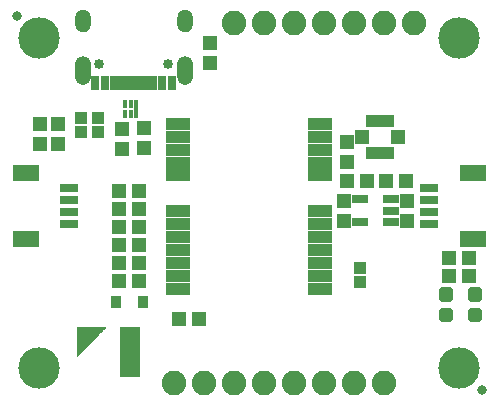
<source format=gts>
G75*
%MOIN*%
%OFA0B0*%
%FSLAX25Y25*%
%IPPOS*%
%LPD*%
%AMOC8*
5,1,8,0,0,1.08239X$1,22.5*
%
%ADD10C,0.13800*%
%ADD11C,0.03300*%
%ADD12R,0.08674X0.05524*%
%ADD13R,0.06115X0.03162*%
%ADD14R,0.05131X0.04737*%
%ADD15C,0.00197*%
%ADD16R,0.06693X0.16535*%
%ADD17R,0.04737X0.05131*%
%ADD18C,0.01990*%
%ADD19R,0.03280X0.04068*%
%ADD20R,0.09461X0.04146*%
%ADD21R,0.04934X0.04737*%
%ADD22R,0.05524X0.02965*%
%ADD23C,0.08200*%
%ADD24R,0.07887X0.03950*%
%ADD25R,0.01784X0.03202*%
%ADD26R,0.01784X0.03005*%
%ADD27R,0.01981X0.04800*%
%ADD28R,0.03162X0.04800*%
%ADD29R,0.02965X0.04800*%
%ADD30C,0.03359*%
%ADD31C,0.00039*%
%ADD32R,0.04343X0.04146*%
D10*
X0163333Y0085000D03*
X0303333Y0085000D03*
X0303333Y0194900D03*
X0163333Y0194900D03*
D11*
X0155833Y0202400D03*
X0310833Y0077500D03*
D12*
X0307802Y0127876D03*
X0307802Y0149924D03*
X0158865Y0149924D03*
X0158865Y0127876D03*
D13*
X0173333Y0132994D03*
X0173333Y0136931D03*
X0173333Y0140869D03*
X0173333Y0144806D03*
X0293333Y0144806D03*
X0293333Y0140869D03*
X0293333Y0136931D03*
X0293333Y0132994D03*
D14*
X0299987Y0121600D03*
X0299987Y0115600D03*
X0306680Y0115600D03*
X0306680Y0121600D03*
X0285680Y0147400D03*
X0278987Y0147400D03*
X0272680Y0147400D03*
X0265987Y0147400D03*
X0196680Y0143900D03*
X0189987Y0143900D03*
X0189987Y0137900D03*
X0196680Y0137900D03*
X0196680Y0131900D03*
X0189987Y0131900D03*
X0189987Y0125900D03*
X0196680Y0125900D03*
X0196680Y0119900D03*
X0189987Y0119900D03*
X0189987Y0113900D03*
X0196680Y0113900D03*
X0209987Y0101400D03*
X0216680Y0101400D03*
D15*
X0185231Y0098551D02*
X0175782Y0089102D01*
X0175782Y0098551D01*
X0185231Y0098551D01*
X0185123Y0098443D02*
X0175782Y0098443D01*
X0175782Y0098248D02*
X0184928Y0098248D01*
X0184732Y0098053D02*
X0175782Y0098053D01*
X0175782Y0097857D02*
X0184537Y0097857D01*
X0184342Y0097662D02*
X0175782Y0097662D01*
X0175782Y0097467D02*
X0184146Y0097467D01*
X0183951Y0097271D02*
X0175782Y0097271D01*
X0175782Y0097076D02*
X0183756Y0097076D01*
X0183560Y0096881D02*
X0175782Y0096881D01*
X0175782Y0096685D02*
X0183365Y0096685D01*
X0183170Y0096490D02*
X0175782Y0096490D01*
X0175782Y0096294D02*
X0182974Y0096294D01*
X0182779Y0096099D02*
X0175782Y0096099D01*
X0175782Y0095904D02*
X0182583Y0095904D01*
X0182388Y0095708D02*
X0175782Y0095708D01*
X0175782Y0095513D02*
X0182193Y0095513D01*
X0181997Y0095318D02*
X0175782Y0095318D01*
X0175782Y0095122D02*
X0181802Y0095122D01*
X0181607Y0094927D02*
X0175782Y0094927D01*
X0175782Y0094732D02*
X0181411Y0094732D01*
X0181216Y0094536D02*
X0175782Y0094536D01*
X0175782Y0094341D02*
X0181021Y0094341D01*
X0180825Y0094145D02*
X0175782Y0094145D01*
X0175782Y0093950D02*
X0180630Y0093950D01*
X0180435Y0093755D02*
X0175782Y0093755D01*
X0175782Y0093559D02*
X0180239Y0093559D01*
X0180044Y0093364D02*
X0175782Y0093364D01*
X0175782Y0093169D02*
X0179848Y0093169D01*
X0179653Y0092973D02*
X0175782Y0092973D01*
X0175782Y0092778D02*
X0179458Y0092778D01*
X0179262Y0092583D02*
X0175782Y0092583D01*
X0175782Y0092387D02*
X0179067Y0092387D01*
X0178872Y0092192D02*
X0175782Y0092192D01*
X0175782Y0091996D02*
X0178676Y0091996D01*
X0178481Y0091801D02*
X0175782Y0091801D01*
X0175782Y0091606D02*
X0178286Y0091606D01*
X0178090Y0091410D02*
X0175782Y0091410D01*
X0175782Y0091215D02*
X0177895Y0091215D01*
X0177699Y0091020D02*
X0175782Y0091020D01*
X0175782Y0090824D02*
X0177504Y0090824D01*
X0177309Y0090629D02*
X0175782Y0090629D01*
X0175782Y0090434D02*
X0177113Y0090434D01*
X0176918Y0090238D02*
X0175782Y0090238D01*
X0175782Y0090043D02*
X0176723Y0090043D01*
X0176527Y0089847D02*
X0175782Y0089847D01*
X0175782Y0089652D02*
X0176332Y0089652D01*
X0176137Y0089457D02*
X0175782Y0089457D01*
X0175782Y0089261D02*
X0175941Y0089261D01*
D16*
X0193617Y0090362D03*
D17*
X0264833Y0134054D03*
X0264833Y0140746D03*
X0265833Y0153554D03*
X0265833Y0160246D03*
X0285833Y0140746D03*
X0285833Y0134054D03*
X0220133Y0186654D03*
X0220133Y0193346D03*
X0198133Y0164946D03*
X0198133Y0158254D03*
X0190933Y0158054D03*
X0190933Y0164746D03*
X0169433Y0166246D03*
X0163533Y0166246D03*
X0163533Y0159554D03*
X0169433Y0159554D03*
D18*
X0297560Y0110826D02*
X0300306Y0110826D01*
X0300306Y0108080D01*
X0297560Y0108080D01*
X0297560Y0110826D01*
X0297560Y0109970D02*
X0300306Y0109970D01*
X0307060Y0110826D02*
X0309806Y0110826D01*
X0309806Y0108080D01*
X0307060Y0108080D01*
X0307060Y0110826D01*
X0307060Y0109970D02*
X0309806Y0109970D01*
X0309806Y0103920D02*
X0307060Y0103920D01*
X0309806Y0103920D02*
X0309806Y0101174D01*
X0307060Y0101174D01*
X0307060Y0103920D01*
X0307060Y0103064D02*
X0309806Y0103064D01*
X0300306Y0103920D02*
X0297560Y0103920D01*
X0300306Y0103920D02*
X0300306Y0101174D01*
X0297560Y0101174D01*
X0297560Y0103920D01*
X0297560Y0103064D02*
X0300306Y0103064D01*
D19*
X0197861Y0106900D03*
X0188806Y0106900D03*
D20*
X0276833Y0156487D03*
X0276833Y0167313D03*
D21*
X0270829Y0161900D03*
X0282837Y0161900D03*
D22*
X0280452Y0141140D03*
X0280452Y0137400D03*
X0280452Y0133660D03*
X0270215Y0133660D03*
X0270215Y0141140D03*
D23*
X0268333Y0199900D03*
X0258333Y0199900D03*
X0248333Y0199900D03*
X0238333Y0199900D03*
X0228333Y0199900D03*
X0278333Y0199900D03*
X0288333Y0199900D03*
X0278333Y0080000D03*
X0268333Y0080000D03*
X0258333Y0080000D03*
X0248333Y0080000D03*
X0238333Y0080000D03*
X0228333Y0080000D03*
X0218333Y0080000D03*
X0208333Y0080000D03*
D24*
X0209711Y0111341D03*
X0209711Y0115672D03*
X0209711Y0120002D03*
X0209711Y0124333D03*
X0209711Y0128664D03*
X0209711Y0132994D03*
X0209711Y0137325D03*
X0209711Y0149136D03*
X0209711Y0153467D03*
X0209711Y0157798D03*
X0209711Y0162128D03*
X0209711Y0166459D03*
X0256955Y0166459D03*
X0256955Y0162128D03*
X0256955Y0157798D03*
X0256955Y0153467D03*
X0256955Y0149136D03*
X0256955Y0137325D03*
X0256955Y0132994D03*
X0256955Y0128664D03*
X0256955Y0124333D03*
X0256955Y0120002D03*
X0256955Y0115672D03*
X0256955Y0111341D03*
D25*
X0195702Y0172794D03*
D26*
X0193733Y0172893D03*
X0191765Y0172893D03*
X0191765Y0169507D03*
X0193733Y0169507D03*
X0195702Y0169507D03*
D27*
X0195718Y0180094D03*
X0197686Y0180094D03*
X0199655Y0180094D03*
X0201623Y0180094D03*
X0193749Y0180094D03*
X0191781Y0180094D03*
X0189812Y0180094D03*
X0187844Y0180094D03*
D28*
X0182036Y0180094D03*
X0207430Y0180094D03*
D29*
X0204379Y0180094D03*
X0185088Y0180094D03*
D30*
X0183355Y0186389D03*
X0206111Y0186389D03*
D31*
X0209379Y0186371D02*
X0214103Y0186371D01*
X0214103Y0186333D02*
X0209379Y0186333D01*
X0209379Y0186296D02*
X0214103Y0186296D01*
X0214103Y0186258D02*
X0209379Y0186258D01*
X0209379Y0186220D02*
X0214103Y0186220D01*
X0214103Y0186182D02*
X0209379Y0186182D01*
X0209379Y0186144D02*
X0214103Y0186144D01*
X0214103Y0186106D02*
X0209379Y0186106D01*
X0209379Y0186068D02*
X0214103Y0186068D01*
X0214103Y0186030D02*
X0209379Y0186030D01*
X0209379Y0185992D02*
X0214103Y0185992D01*
X0214103Y0185955D02*
X0209379Y0185955D01*
X0209379Y0185917D02*
X0214103Y0185917D01*
X0214103Y0185879D02*
X0209379Y0185879D01*
X0209379Y0185841D02*
X0214103Y0185841D01*
X0214103Y0185803D02*
X0209379Y0185803D01*
X0209379Y0185765D02*
X0214103Y0185765D01*
X0214103Y0185727D02*
X0209379Y0185727D01*
X0209379Y0185689D02*
X0214103Y0185689D01*
X0214103Y0185652D02*
X0209379Y0185652D01*
X0209379Y0185614D02*
X0214103Y0185614D01*
X0214103Y0185576D02*
X0209379Y0185576D01*
X0209379Y0185538D02*
X0214103Y0185538D01*
X0214103Y0185500D02*
X0209379Y0185500D01*
X0209379Y0185462D02*
X0214103Y0185462D01*
X0214103Y0185424D02*
X0209379Y0185424D01*
X0209379Y0185386D02*
X0214103Y0185386D01*
X0214103Y0185349D02*
X0209379Y0185349D01*
X0209379Y0185311D02*
X0214103Y0185311D01*
X0214103Y0185273D02*
X0209379Y0185273D01*
X0209379Y0185235D02*
X0214103Y0185235D01*
X0214103Y0185197D02*
X0209379Y0185197D01*
X0209379Y0185159D02*
X0214103Y0185159D01*
X0214103Y0185121D02*
X0209379Y0185121D01*
X0209379Y0185083D02*
X0214103Y0185083D01*
X0214103Y0185045D02*
X0209379Y0185045D01*
X0209379Y0185008D02*
X0214103Y0185008D01*
X0214103Y0184970D02*
X0209379Y0184970D01*
X0209379Y0184932D02*
X0214103Y0184932D01*
X0214103Y0184894D02*
X0209379Y0184894D01*
X0209379Y0184856D02*
X0214103Y0184856D01*
X0214103Y0184818D02*
X0209379Y0184818D01*
X0209379Y0184780D02*
X0214103Y0184780D01*
X0214103Y0184742D02*
X0209379Y0184742D01*
X0209379Y0184705D02*
X0214103Y0184705D01*
X0214103Y0184667D02*
X0209379Y0184667D01*
X0209379Y0184629D02*
X0214103Y0184629D01*
X0214103Y0184591D02*
X0209379Y0184591D01*
X0209379Y0184553D02*
X0214103Y0184553D01*
X0214103Y0184515D02*
X0209379Y0184515D01*
X0209379Y0184477D02*
X0214103Y0184477D01*
X0214103Y0184439D02*
X0209379Y0184439D01*
X0209379Y0184401D02*
X0214103Y0184401D01*
X0214103Y0184364D02*
X0209379Y0184364D01*
X0209379Y0184326D02*
X0214103Y0184326D01*
X0214103Y0184288D02*
X0209379Y0184288D01*
X0209379Y0184250D02*
X0214103Y0184250D01*
X0214103Y0184212D02*
X0209379Y0184212D01*
X0209379Y0184174D02*
X0214103Y0184174D01*
X0214103Y0184136D02*
X0209379Y0184136D01*
X0209379Y0184098D02*
X0214103Y0184098D01*
X0214103Y0184061D02*
X0209379Y0184061D01*
X0209379Y0184023D02*
X0214103Y0184023D01*
X0214103Y0183985D02*
X0209379Y0183985D01*
X0209379Y0183947D02*
X0214103Y0183947D01*
X0214103Y0183909D02*
X0209379Y0183909D01*
X0209379Y0183871D02*
X0214103Y0183871D01*
X0214103Y0183833D02*
X0209379Y0183833D01*
X0209379Y0183795D02*
X0214103Y0183795D01*
X0214103Y0183757D02*
X0209379Y0183757D01*
X0209379Y0183720D02*
X0214103Y0183720D01*
X0214103Y0183682D02*
X0209379Y0183682D01*
X0209379Y0183644D02*
X0214103Y0183644D01*
X0214103Y0183606D02*
X0209379Y0183606D01*
X0209379Y0183568D02*
X0214103Y0183568D01*
X0214103Y0183530D02*
X0209379Y0183530D01*
X0209379Y0183492D02*
X0214103Y0183492D01*
X0214103Y0183454D02*
X0209379Y0183454D01*
X0209379Y0183417D02*
X0214103Y0183417D01*
X0214103Y0183379D02*
X0209379Y0183379D01*
X0209379Y0183341D02*
X0214103Y0183341D01*
X0214103Y0183303D02*
X0209379Y0183303D01*
X0209379Y0183265D02*
X0214103Y0183265D01*
X0214103Y0183227D02*
X0209379Y0183227D01*
X0209379Y0183189D02*
X0214103Y0183189D01*
X0214103Y0183151D02*
X0209379Y0183151D01*
X0209379Y0183114D02*
X0214103Y0183114D01*
X0214103Y0183076D02*
X0209379Y0183076D01*
X0209379Y0183038D02*
X0214103Y0183038D01*
X0214103Y0183000D02*
X0209379Y0183000D01*
X0209379Y0182962D02*
X0214103Y0182962D01*
X0214103Y0182924D02*
X0209379Y0182924D01*
X0209379Y0182886D02*
X0214103Y0182886D01*
X0214103Y0182848D02*
X0209379Y0182848D01*
X0209379Y0182810D02*
X0214103Y0182810D01*
X0214103Y0182773D02*
X0209379Y0182773D01*
X0209379Y0182735D02*
X0214103Y0182735D01*
X0214103Y0182697D02*
X0209379Y0182697D01*
X0209379Y0182659D02*
X0214103Y0182659D01*
X0214103Y0182621D02*
X0209379Y0182621D01*
X0209379Y0182583D02*
X0214103Y0182583D01*
X0214103Y0182545D02*
X0209379Y0182545D01*
X0209379Y0182507D02*
X0214103Y0182507D01*
X0214103Y0182470D02*
X0209379Y0182470D01*
X0209379Y0182432D02*
X0214103Y0182432D01*
X0214103Y0182394D02*
X0209379Y0182394D01*
X0209379Y0182356D02*
X0214103Y0182356D01*
X0214103Y0182318D02*
X0209379Y0182318D01*
X0209379Y0182280D02*
X0214103Y0182280D01*
X0214103Y0182242D02*
X0209379Y0182242D01*
X0209379Y0182204D02*
X0214103Y0182204D01*
X0214103Y0182166D02*
X0209379Y0182166D01*
X0209379Y0182129D02*
X0214103Y0182129D01*
X0214103Y0182091D02*
X0209379Y0182091D01*
X0209379Y0182053D02*
X0214103Y0182053D01*
X0214103Y0182015D02*
X0209379Y0182015D01*
X0209379Y0181977D02*
X0214103Y0181977D01*
X0214103Y0181960D02*
X0214042Y0181518D01*
X0213896Y0181097D01*
X0213671Y0180712D01*
X0213375Y0180378D01*
X0213019Y0180109D01*
X0212618Y0179914D01*
X0212186Y0179801D01*
X0211741Y0179775D01*
X0211296Y0179801D01*
X0210864Y0179914D01*
X0210463Y0180109D01*
X0210108Y0180378D01*
X0209811Y0180712D01*
X0209586Y0181097D01*
X0209440Y0181518D01*
X0209379Y0181960D01*
X0209379Y0186684D01*
X0209460Y0187183D01*
X0209649Y0187651D01*
X0209938Y0188066D01*
X0210312Y0188406D01*
X0210753Y0188654D01*
X0211237Y0188798D01*
X0211741Y0188830D01*
X0212245Y0188798D01*
X0212730Y0188654D01*
X0213170Y0188406D01*
X0213544Y0188066D01*
X0213833Y0187651D01*
X0214023Y0187183D01*
X0214103Y0186684D01*
X0214103Y0181960D01*
X0214101Y0181939D02*
X0209382Y0181939D01*
X0209387Y0181901D02*
X0214095Y0181901D01*
X0214090Y0181863D02*
X0209392Y0181863D01*
X0209398Y0181826D02*
X0214085Y0181826D01*
X0214080Y0181788D02*
X0209403Y0181788D01*
X0209408Y0181750D02*
X0214074Y0181750D01*
X0214069Y0181712D02*
X0209413Y0181712D01*
X0209418Y0181674D02*
X0214064Y0181674D01*
X0214059Y0181636D02*
X0209424Y0181636D01*
X0209429Y0181598D02*
X0214054Y0181598D01*
X0214048Y0181560D02*
X0209434Y0181560D01*
X0209439Y0181522D02*
X0214043Y0181522D01*
X0214031Y0181485D02*
X0209452Y0181485D01*
X0209465Y0181447D02*
X0214018Y0181447D01*
X0214005Y0181409D02*
X0209478Y0181409D01*
X0209491Y0181371D02*
X0213992Y0181371D01*
X0213978Y0181333D02*
X0209504Y0181333D01*
X0209517Y0181295D02*
X0213965Y0181295D01*
X0213952Y0181257D02*
X0209530Y0181257D01*
X0209543Y0181219D02*
X0213939Y0181219D01*
X0213926Y0181182D02*
X0209557Y0181182D01*
X0209570Y0181144D02*
X0213913Y0181144D01*
X0213900Y0181106D02*
X0209583Y0181106D01*
X0209603Y0181068D02*
X0213880Y0181068D01*
X0213858Y0181030D02*
X0209625Y0181030D01*
X0209647Y0180992D02*
X0213835Y0180992D01*
X0213813Y0180954D02*
X0209669Y0180954D01*
X0209691Y0180916D02*
X0213791Y0180916D01*
X0213769Y0180879D02*
X0209714Y0180879D01*
X0209736Y0180841D02*
X0213747Y0180841D01*
X0213724Y0180803D02*
X0209758Y0180803D01*
X0209780Y0180765D02*
X0213702Y0180765D01*
X0213680Y0180727D02*
X0209802Y0180727D01*
X0209831Y0180689D02*
X0213651Y0180689D01*
X0213617Y0180651D02*
X0209865Y0180651D01*
X0209899Y0180613D02*
X0213584Y0180613D01*
X0213550Y0180575D02*
X0209932Y0180575D01*
X0209966Y0180538D02*
X0213516Y0180538D01*
X0213483Y0180500D02*
X0210000Y0180500D01*
X0210033Y0180462D02*
X0213449Y0180462D01*
X0213416Y0180424D02*
X0210067Y0180424D01*
X0210101Y0180386D02*
X0213382Y0180386D01*
X0213335Y0180348D02*
X0210147Y0180348D01*
X0210197Y0180310D02*
X0213285Y0180310D01*
X0213235Y0180272D02*
X0210247Y0180272D01*
X0210297Y0180235D02*
X0213185Y0180235D01*
X0213135Y0180197D02*
X0210347Y0180197D01*
X0210397Y0180159D02*
X0213085Y0180159D01*
X0213035Y0180121D02*
X0210447Y0180121D01*
X0210516Y0180083D02*
X0212966Y0180083D01*
X0212888Y0180045D02*
X0210594Y0180045D01*
X0210672Y0180007D02*
X0212810Y0180007D01*
X0212732Y0179969D02*
X0210750Y0179969D01*
X0210828Y0179931D02*
X0212654Y0179931D01*
X0212540Y0179894D02*
X0210942Y0179894D01*
X0211087Y0179856D02*
X0212395Y0179856D01*
X0212250Y0179818D02*
X0211232Y0179818D01*
X0211654Y0179780D02*
X0211828Y0179780D01*
X0214103Y0186409D02*
X0209379Y0186409D01*
X0209379Y0186447D02*
X0214103Y0186447D01*
X0214103Y0186485D02*
X0209379Y0186485D01*
X0209379Y0186523D02*
X0214103Y0186523D01*
X0214103Y0186561D02*
X0209379Y0186561D01*
X0209379Y0186599D02*
X0214103Y0186599D01*
X0214103Y0186636D02*
X0209379Y0186636D01*
X0209379Y0186674D02*
X0214103Y0186674D01*
X0214099Y0186712D02*
X0209384Y0186712D01*
X0209390Y0186750D02*
X0214093Y0186750D01*
X0214087Y0186788D02*
X0209396Y0186788D01*
X0209402Y0186826D02*
X0214081Y0186826D01*
X0214074Y0186864D02*
X0209408Y0186864D01*
X0209414Y0186902D02*
X0214068Y0186902D01*
X0214062Y0186940D02*
X0209420Y0186940D01*
X0209426Y0186977D02*
X0214056Y0186977D01*
X0214050Y0187015D02*
X0209432Y0187015D01*
X0209439Y0187053D02*
X0214044Y0187053D01*
X0214038Y0187091D02*
X0209445Y0187091D01*
X0209451Y0187129D02*
X0214032Y0187129D01*
X0214025Y0187167D02*
X0209457Y0187167D01*
X0209468Y0187205D02*
X0214014Y0187205D01*
X0213999Y0187243D02*
X0209484Y0187243D01*
X0209499Y0187280D02*
X0213983Y0187280D01*
X0213968Y0187318D02*
X0209514Y0187318D01*
X0209530Y0187356D02*
X0213953Y0187356D01*
X0213937Y0187394D02*
X0209545Y0187394D01*
X0209560Y0187432D02*
X0213922Y0187432D01*
X0213907Y0187470D02*
X0209576Y0187470D01*
X0209591Y0187508D02*
X0213891Y0187508D01*
X0213876Y0187546D02*
X0209606Y0187546D01*
X0209622Y0187584D02*
X0213861Y0187584D01*
X0213845Y0187621D02*
X0209637Y0187621D01*
X0209655Y0187659D02*
X0213828Y0187659D01*
X0213801Y0187697D02*
X0209681Y0187697D01*
X0209707Y0187735D02*
X0213775Y0187735D01*
X0213749Y0187773D02*
X0209734Y0187773D01*
X0209760Y0187811D02*
X0213722Y0187811D01*
X0213696Y0187849D02*
X0209787Y0187849D01*
X0209813Y0187887D02*
X0213669Y0187887D01*
X0213643Y0187924D02*
X0209840Y0187924D01*
X0209866Y0187962D02*
X0213616Y0187962D01*
X0213590Y0188000D02*
X0209892Y0188000D01*
X0209919Y0188038D02*
X0213564Y0188038D01*
X0213533Y0188076D02*
X0209949Y0188076D01*
X0209991Y0188114D02*
X0213491Y0188114D01*
X0213450Y0188152D02*
X0210033Y0188152D01*
X0210074Y0188190D02*
X0213408Y0188190D01*
X0213366Y0188227D02*
X0210116Y0188227D01*
X0210158Y0188265D02*
X0213325Y0188265D01*
X0213283Y0188303D02*
X0210200Y0188303D01*
X0210241Y0188341D02*
X0213241Y0188341D01*
X0213199Y0188379D02*
X0210283Y0188379D01*
X0210332Y0188417D02*
X0213150Y0188417D01*
X0213083Y0188455D02*
X0210399Y0188455D01*
X0210467Y0188493D02*
X0213016Y0188493D01*
X0212948Y0188531D02*
X0210534Y0188531D01*
X0210601Y0188568D02*
X0212881Y0188568D01*
X0212814Y0188606D02*
X0210668Y0188606D01*
X0210736Y0188644D02*
X0212747Y0188644D01*
X0212634Y0188682D02*
X0210848Y0188682D01*
X0210976Y0188720D02*
X0212507Y0188720D01*
X0212379Y0188758D02*
X0211103Y0188758D01*
X0211231Y0188796D02*
X0212251Y0188796D01*
X0211741Y0197216D02*
X0211279Y0197263D01*
X0210834Y0197400D01*
X0210425Y0197621D01*
X0210067Y0197917D01*
X0209773Y0198278D01*
X0209556Y0198689D01*
X0209423Y0199135D01*
X0209379Y0199598D01*
X0209379Y0201960D01*
X0209426Y0202419D01*
X0209562Y0202859D01*
X0209781Y0203265D01*
X0210075Y0203620D01*
X0210433Y0203911D01*
X0210840Y0204127D01*
X0211282Y0204259D01*
X0211741Y0204302D01*
X0212265Y0204246D01*
X0212763Y0204074D01*
X0213210Y0203795D01*
X0213584Y0203424D01*
X0213866Y0202980D01*
X0214042Y0202483D01*
X0214103Y0201960D01*
X0214103Y0199598D01*
X0214046Y0199070D01*
X0213873Y0198567D01*
X0213592Y0198117D01*
X0213218Y0197739D01*
X0212769Y0197455D01*
X0212269Y0197277D01*
X0211741Y0197216D01*
X0211977Y0197243D02*
X0211473Y0197243D01*
X0211220Y0197281D02*
X0212279Y0197281D01*
X0212386Y0197319D02*
X0211097Y0197319D01*
X0210974Y0197357D02*
X0212493Y0197357D01*
X0212600Y0197395D02*
X0210851Y0197395D01*
X0210774Y0197433D02*
X0212707Y0197433D01*
X0212794Y0197471D02*
X0210704Y0197471D01*
X0210633Y0197508D02*
X0212854Y0197508D01*
X0212914Y0197546D02*
X0210563Y0197546D01*
X0210493Y0197584D02*
X0212973Y0197584D01*
X0213033Y0197622D02*
X0210424Y0197622D01*
X0210378Y0197660D02*
X0213093Y0197660D01*
X0213152Y0197698D02*
X0210332Y0197698D01*
X0210286Y0197736D02*
X0213212Y0197736D01*
X0213252Y0197774D02*
X0210241Y0197774D01*
X0210195Y0197811D02*
X0213290Y0197811D01*
X0213327Y0197849D02*
X0210149Y0197849D01*
X0210103Y0197887D02*
X0213365Y0197887D01*
X0213402Y0197925D02*
X0210061Y0197925D01*
X0210030Y0197963D02*
X0213440Y0197963D01*
X0213477Y0198001D02*
X0209999Y0198001D01*
X0209968Y0198039D02*
X0213515Y0198039D01*
X0213552Y0198077D02*
X0209937Y0198077D01*
X0209906Y0198115D02*
X0213590Y0198115D01*
X0213614Y0198152D02*
X0209876Y0198152D01*
X0209845Y0198190D02*
X0213638Y0198190D01*
X0213662Y0198228D02*
X0209814Y0198228D01*
X0209783Y0198266D02*
X0213685Y0198266D01*
X0213709Y0198304D02*
X0209760Y0198304D01*
X0209740Y0198342D02*
X0213732Y0198342D01*
X0213756Y0198380D02*
X0209720Y0198380D01*
X0209699Y0198418D02*
X0213779Y0198418D01*
X0213803Y0198455D02*
X0209679Y0198455D01*
X0209659Y0198493D02*
X0213827Y0198493D01*
X0213850Y0198531D02*
X0209639Y0198531D01*
X0209619Y0198569D02*
X0213873Y0198569D01*
X0213886Y0198607D02*
X0209599Y0198607D01*
X0209579Y0198645D02*
X0213900Y0198645D01*
X0213913Y0198683D02*
X0209559Y0198683D01*
X0209546Y0198721D02*
X0213926Y0198721D01*
X0213939Y0198759D02*
X0209535Y0198759D01*
X0209524Y0198796D02*
X0213952Y0198796D01*
X0213965Y0198834D02*
X0209512Y0198834D01*
X0209501Y0198872D02*
X0213978Y0198872D01*
X0213991Y0198910D02*
X0209490Y0198910D01*
X0209478Y0198948D02*
X0214004Y0198948D01*
X0214017Y0198986D02*
X0209467Y0198986D01*
X0209456Y0199024D02*
X0214030Y0199024D01*
X0214043Y0199062D02*
X0209445Y0199062D01*
X0209433Y0199099D02*
X0214049Y0199099D01*
X0214053Y0199137D02*
X0209422Y0199137D01*
X0209419Y0199175D02*
X0214058Y0199175D01*
X0214062Y0199213D02*
X0209415Y0199213D01*
X0209412Y0199251D02*
X0214066Y0199251D01*
X0214070Y0199289D02*
X0209408Y0199289D01*
X0209405Y0199327D02*
X0214074Y0199327D01*
X0214078Y0199365D02*
X0209401Y0199365D01*
X0209397Y0199403D02*
X0214082Y0199403D01*
X0214086Y0199440D02*
X0209394Y0199440D01*
X0209390Y0199478D02*
X0214090Y0199478D01*
X0214095Y0199516D02*
X0209387Y0199516D01*
X0209383Y0199554D02*
X0214099Y0199554D01*
X0214103Y0199592D02*
X0209380Y0199592D01*
X0209379Y0199630D02*
X0214103Y0199630D01*
X0214103Y0199668D02*
X0209379Y0199668D01*
X0209379Y0199706D02*
X0214103Y0199706D01*
X0214103Y0199743D02*
X0209379Y0199743D01*
X0209379Y0199781D02*
X0214103Y0199781D01*
X0214103Y0199819D02*
X0209379Y0199819D01*
X0209379Y0199857D02*
X0214103Y0199857D01*
X0214103Y0199895D02*
X0209379Y0199895D01*
X0209379Y0199933D02*
X0214103Y0199933D01*
X0214103Y0199971D02*
X0209379Y0199971D01*
X0209379Y0200009D02*
X0214103Y0200009D01*
X0214103Y0200046D02*
X0209379Y0200046D01*
X0209379Y0200084D02*
X0214103Y0200084D01*
X0214103Y0200122D02*
X0209379Y0200122D01*
X0209379Y0200160D02*
X0214103Y0200160D01*
X0214103Y0200198D02*
X0209379Y0200198D01*
X0209379Y0200236D02*
X0214103Y0200236D01*
X0214103Y0200274D02*
X0209379Y0200274D01*
X0209379Y0200312D02*
X0214103Y0200312D01*
X0214103Y0200350D02*
X0209379Y0200350D01*
X0209379Y0200387D02*
X0214103Y0200387D01*
X0214103Y0200425D02*
X0209379Y0200425D01*
X0209379Y0200463D02*
X0214103Y0200463D01*
X0214103Y0200501D02*
X0209379Y0200501D01*
X0209379Y0200539D02*
X0214103Y0200539D01*
X0214103Y0200577D02*
X0209379Y0200577D01*
X0209379Y0200615D02*
X0214103Y0200615D01*
X0214103Y0200653D02*
X0209379Y0200653D01*
X0209379Y0200690D02*
X0214103Y0200690D01*
X0214103Y0200728D02*
X0209379Y0200728D01*
X0209379Y0200766D02*
X0214103Y0200766D01*
X0214103Y0200804D02*
X0209379Y0200804D01*
X0209379Y0200842D02*
X0214103Y0200842D01*
X0214103Y0200880D02*
X0209379Y0200880D01*
X0209379Y0200918D02*
X0214103Y0200918D01*
X0214103Y0200956D02*
X0209379Y0200956D01*
X0209379Y0200994D02*
X0214103Y0200994D01*
X0214103Y0201031D02*
X0209379Y0201031D01*
X0209379Y0201069D02*
X0214103Y0201069D01*
X0214103Y0201107D02*
X0209379Y0201107D01*
X0209379Y0201145D02*
X0214103Y0201145D01*
X0214103Y0201183D02*
X0209379Y0201183D01*
X0209379Y0201221D02*
X0214103Y0201221D01*
X0214103Y0201259D02*
X0209379Y0201259D01*
X0209379Y0201297D02*
X0214103Y0201297D01*
X0214103Y0201334D02*
X0209379Y0201334D01*
X0209379Y0201372D02*
X0214103Y0201372D01*
X0214103Y0201410D02*
X0209379Y0201410D01*
X0209379Y0201448D02*
X0214103Y0201448D01*
X0214103Y0201486D02*
X0209379Y0201486D01*
X0209379Y0201524D02*
X0214103Y0201524D01*
X0214103Y0201562D02*
X0209379Y0201562D01*
X0209379Y0201600D02*
X0214103Y0201600D01*
X0214103Y0201638D02*
X0209379Y0201638D01*
X0209379Y0201675D02*
X0214103Y0201675D01*
X0214103Y0201713D02*
X0209379Y0201713D01*
X0209379Y0201751D02*
X0214103Y0201751D01*
X0214103Y0201789D02*
X0209379Y0201789D01*
X0209379Y0201827D02*
X0214103Y0201827D01*
X0214103Y0201865D02*
X0209379Y0201865D01*
X0209379Y0201903D02*
X0214103Y0201903D01*
X0214103Y0201941D02*
X0209379Y0201941D01*
X0209381Y0201978D02*
X0214101Y0201978D01*
X0214097Y0202016D02*
X0209385Y0202016D01*
X0209389Y0202054D02*
X0214092Y0202054D01*
X0214088Y0202092D02*
X0209393Y0202092D01*
X0209396Y0202130D02*
X0214084Y0202130D01*
X0214079Y0202168D02*
X0209400Y0202168D01*
X0209404Y0202206D02*
X0214075Y0202206D01*
X0214070Y0202244D02*
X0209408Y0202244D01*
X0209412Y0202281D02*
X0214066Y0202281D01*
X0214061Y0202319D02*
X0209416Y0202319D01*
X0209420Y0202357D02*
X0214057Y0202357D01*
X0214053Y0202395D02*
X0209424Y0202395D01*
X0209431Y0202433D02*
X0214048Y0202433D01*
X0214044Y0202471D02*
X0209442Y0202471D01*
X0209454Y0202509D02*
X0214033Y0202509D01*
X0214020Y0202547D02*
X0209466Y0202547D01*
X0209477Y0202585D02*
X0214006Y0202585D01*
X0213993Y0202622D02*
X0209489Y0202622D01*
X0209501Y0202660D02*
X0213979Y0202660D01*
X0213966Y0202698D02*
X0209512Y0202698D01*
X0209524Y0202736D02*
X0213952Y0202736D01*
X0213939Y0202774D02*
X0209536Y0202774D01*
X0209547Y0202812D02*
X0213926Y0202812D01*
X0213912Y0202850D02*
X0209559Y0202850D01*
X0209577Y0202888D02*
X0213899Y0202888D01*
X0213885Y0202925D02*
X0209598Y0202925D01*
X0209618Y0202963D02*
X0213872Y0202963D01*
X0213852Y0203001D02*
X0209638Y0203001D01*
X0209659Y0203039D02*
X0213828Y0203039D01*
X0213804Y0203077D02*
X0209679Y0203077D01*
X0209700Y0203115D02*
X0213780Y0203115D01*
X0213756Y0203153D02*
X0209720Y0203153D01*
X0209741Y0203191D02*
X0213732Y0203191D01*
X0213708Y0203229D02*
X0209761Y0203229D01*
X0209782Y0203266D02*
X0213684Y0203266D01*
X0213660Y0203304D02*
X0209813Y0203304D01*
X0209845Y0203342D02*
X0213636Y0203342D01*
X0213612Y0203380D02*
X0209876Y0203380D01*
X0209907Y0203418D02*
X0213588Y0203418D01*
X0213552Y0203456D02*
X0209939Y0203456D01*
X0209970Y0203494D02*
X0213514Y0203494D01*
X0213476Y0203532D02*
X0210001Y0203532D01*
X0210033Y0203569D02*
X0213438Y0203569D01*
X0213400Y0203607D02*
X0210064Y0203607D01*
X0210106Y0203645D02*
X0213361Y0203645D01*
X0213323Y0203683D02*
X0210152Y0203683D01*
X0210199Y0203721D02*
X0213285Y0203721D01*
X0213247Y0203759D02*
X0210245Y0203759D01*
X0210292Y0203797D02*
X0213208Y0203797D01*
X0213147Y0203835D02*
X0210338Y0203835D01*
X0210385Y0203873D02*
X0213086Y0203873D01*
X0213025Y0203910D02*
X0210431Y0203910D01*
X0210502Y0203948D02*
X0212964Y0203948D01*
X0212903Y0203986D02*
X0210574Y0203986D01*
X0210646Y0204024D02*
X0212843Y0204024D01*
X0212782Y0204062D02*
X0210717Y0204062D01*
X0210789Y0204100D02*
X0212687Y0204100D01*
X0212577Y0204138D02*
X0210876Y0204138D01*
X0211003Y0204176D02*
X0212468Y0204176D01*
X0212358Y0204213D02*
X0211129Y0204213D01*
X0211256Y0204251D02*
X0212212Y0204251D01*
X0211862Y0204289D02*
X0211602Y0204289D01*
X0180088Y0201960D02*
X0180088Y0199598D01*
X0180030Y0199070D01*
X0179857Y0198567D01*
X0179576Y0198117D01*
X0179202Y0197739D01*
X0178754Y0197455D01*
X0178253Y0197277D01*
X0177725Y0197216D01*
X0177263Y0197263D01*
X0176818Y0197400D01*
X0176409Y0197621D01*
X0176051Y0197917D01*
X0175758Y0198278D01*
X0175540Y0198689D01*
X0175407Y0199135D01*
X0175363Y0199598D01*
X0175363Y0201960D01*
X0175410Y0202419D01*
X0175546Y0202859D01*
X0175765Y0203265D01*
X0176059Y0203620D01*
X0176417Y0203911D01*
X0176824Y0204127D01*
X0177266Y0204259D01*
X0177725Y0204302D01*
X0178249Y0204246D01*
X0178747Y0204074D01*
X0179194Y0203795D01*
X0179568Y0203424D01*
X0179850Y0202980D01*
X0180026Y0202483D01*
X0180088Y0201960D01*
X0180085Y0201978D02*
X0175365Y0201978D01*
X0175363Y0201941D02*
X0180088Y0201941D01*
X0180088Y0201903D02*
X0175363Y0201903D01*
X0175363Y0201865D02*
X0180088Y0201865D01*
X0180088Y0201827D02*
X0175363Y0201827D01*
X0175363Y0201789D02*
X0180088Y0201789D01*
X0180088Y0201751D02*
X0175363Y0201751D01*
X0175363Y0201713D02*
X0180088Y0201713D01*
X0180088Y0201675D02*
X0175363Y0201675D01*
X0175363Y0201638D02*
X0180088Y0201638D01*
X0180088Y0201600D02*
X0175363Y0201600D01*
X0175363Y0201562D02*
X0180088Y0201562D01*
X0180088Y0201524D02*
X0175363Y0201524D01*
X0175363Y0201486D02*
X0180088Y0201486D01*
X0180088Y0201448D02*
X0175363Y0201448D01*
X0175363Y0201410D02*
X0180088Y0201410D01*
X0180088Y0201372D02*
X0175363Y0201372D01*
X0175363Y0201334D02*
X0180088Y0201334D01*
X0180088Y0201297D02*
X0175363Y0201297D01*
X0175363Y0201259D02*
X0180088Y0201259D01*
X0180088Y0201221D02*
X0175363Y0201221D01*
X0175363Y0201183D02*
X0180088Y0201183D01*
X0180088Y0201145D02*
X0175363Y0201145D01*
X0175363Y0201107D02*
X0180088Y0201107D01*
X0180088Y0201069D02*
X0175363Y0201069D01*
X0175363Y0201031D02*
X0180088Y0201031D01*
X0180088Y0200994D02*
X0175363Y0200994D01*
X0175363Y0200956D02*
X0180088Y0200956D01*
X0180088Y0200918D02*
X0175363Y0200918D01*
X0175363Y0200880D02*
X0180088Y0200880D01*
X0180088Y0200842D02*
X0175363Y0200842D01*
X0175363Y0200804D02*
X0180088Y0200804D01*
X0180088Y0200766D02*
X0175363Y0200766D01*
X0175363Y0200728D02*
X0180088Y0200728D01*
X0180088Y0200690D02*
X0175363Y0200690D01*
X0175363Y0200653D02*
X0180088Y0200653D01*
X0180088Y0200615D02*
X0175363Y0200615D01*
X0175363Y0200577D02*
X0180088Y0200577D01*
X0180088Y0200539D02*
X0175363Y0200539D01*
X0175363Y0200501D02*
X0180088Y0200501D01*
X0180088Y0200463D02*
X0175363Y0200463D01*
X0175363Y0200425D02*
X0180088Y0200425D01*
X0180088Y0200387D02*
X0175363Y0200387D01*
X0175363Y0200350D02*
X0180088Y0200350D01*
X0180088Y0200312D02*
X0175363Y0200312D01*
X0175363Y0200274D02*
X0180088Y0200274D01*
X0180088Y0200236D02*
X0175363Y0200236D01*
X0175363Y0200198D02*
X0180088Y0200198D01*
X0180088Y0200160D02*
X0175363Y0200160D01*
X0175363Y0200122D02*
X0180088Y0200122D01*
X0180088Y0200084D02*
X0175363Y0200084D01*
X0175363Y0200046D02*
X0180088Y0200046D01*
X0180088Y0200009D02*
X0175363Y0200009D01*
X0175363Y0199971D02*
X0180088Y0199971D01*
X0180088Y0199933D02*
X0175363Y0199933D01*
X0175363Y0199895D02*
X0180088Y0199895D01*
X0180088Y0199857D02*
X0175363Y0199857D01*
X0175363Y0199819D02*
X0180088Y0199819D01*
X0180088Y0199781D02*
X0175363Y0199781D01*
X0175363Y0199743D02*
X0180088Y0199743D01*
X0180088Y0199706D02*
X0175363Y0199706D01*
X0175363Y0199668D02*
X0180088Y0199668D01*
X0180088Y0199630D02*
X0175363Y0199630D01*
X0175364Y0199592D02*
X0180087Y0199592D01*
X0180083Y0199554D02*
X0175367Y0199554D01*
X0175371Y0199516D02*
X0180079Y0199516D01*
X0180075Y0199478D02*
X0175375Y0199478D01*
X0175378Y0199440D02*
X0180071Y0199440D01*
X0180066Y0199403D02*
X0175382Y0199403D01*
X0175385Y0199365D02*
X0180062Y0199365D01*
X0180058Y0199327D02*
X0175389Y0199327D01*
X0175392Y0199289D02*
X0180054Y0199289D01*
X0180050Y0199251D02*
X0175396Y0199251D01*
X0175400Y0199213D02*
X0180046Y0199213D01*
X0180042Y0199175D02*
X0175403Y0199175D01*
X0175407Y0199137D02*
X0180038Y0199137D01*
X0180034Y0199099D02*
X0175417Y0199099D01*
X0175429Y0199062D02*
X0180028Y0199062D01*
X0180015Y0199024D02*
X0175440Y0199024D01*
X0175451Y0198986D02*
X0180001Y0198986D01*
X0179988Y0198948D02*
X0175463Y0198948D01*
X0175474Y0198910D02*
X0179975Y0198910D01*
X0179962Y0198872D02*
X0175485Y0198872D01*
X0175497Y0198834D02*
X0179949Y0198834D01*
X0179936Y0198796D02*
X0175508Y0198796D01*
X0175519Y0198759D02*
X0179923Y0198759D01*
X0179910Y0198721D02*
X0175531Y0198721D01*
X0175543Y0198683D02*
X0179897Y0198683D01*
X0179884Y0198645D02*
X0175563Y0198645D01*
X0175584Y0198607D02*
X0179871Y0198607D01*
X0179858Y0198569D02*
X0175604Y0198569D01*
X0175624Y0198531D02*
X0179834Y0198531D01*
X0179811Y0198493D02*
X0175644Y0198493D01*
X0175664Y0198455D02*
X0179787Y0198455D01*
X0179764Y0198418D02*
X0175684Y0198418D01*
X0175704Y0198380D02*
X0179740Y0198380D01*
X0179717Y0198342D02*
X0175724Y0198342D01*
X0175744Y0198304D02*
X0179693Y0198304D01*
X0179669Y0198266D02*
X0175767Y0198266D01*
X0175798Y0198228D02*
X0179646Y0198228D01*
X0179622Y0198190D02*
X0175829Y0198190D01*
X0175860Y0198152D02*
X0179599Y0198152D01*
X0179574Y0198115D02*
X0175891Y0198115D01*
X0175922Y0198077D02*
X0179537Y0198077D01*
X0179499Y0198039D02*
X0175952Y0198039D01*
X0175983Y0198001D02*
X0179462Y0198001D01*
X0179424Y0197963D02*
X0176014Y0197963D01*
X0176045Y0197925D02*
X0179386Y0197925D01*
X0179349Y0197887D02*
X0176088Y0197887D01*
X0176133Y0197849D02*
X0179311Y0197849D01*
X0179274Y0197811D02*
X0176179Y0197811D01*
X0176225Y0197774D02*
X0179236Y0197774D01*
X0179196Y0197736D02*
X0176271Y0197736D01*
X0176316Y0197698D02*
X0179137Y0197698D01*
X0179077Y0197660D02*
X0176362Y0197660D01*
X0176408Y0197622D02*
X0179017Y0197622D01*
X0178958Y0197584D02*
X0176477Y0197584D01*
X0176548Y0197546D02*
X0178898Y0197546D01*
X0178838Y0197508D02*
X0176618Y0197508D01*
X0176688Y0197471D02*
X0178778Y0197471D01*
X0178691Y0197433D02*
X0176758Y0197433D01*
X0176836Y0197395D02*
X0178584Y0197395D01*
X0178477Y0197357D02*
X0176959Y0197357D01*
X0177082Y0197319D02*
X0178370Y0197319D01*
X0178264Y0197281D02*
X0177205Y0197281D01*
X0177457Y0197243D02*
X0177961Y0197243D01*
X0180081Y0202016D02*
X0175369Y0202016D01*
X0175373Y0202054D02*
X0180077Y0202054D01*
X0180072Y0202092D02*
X0175377Y0202092D01*
X0175381Y0202130D02*
X0180068Y0202130D01*
X0180063Y0202168D02*
X0175385Y0202168D01*
X0175388Y0202206D02*
X0180059Y0202206D01*
X0180054Y0202244D02*
X0175392Y0202244D01*
X0175396Y0202281D02*
X0180050Y0202281D01*
X0180046Y0202319D02*
X0175400Y0202319D01*
X0175404Y0202357D02*
X0180041Y0202357D01*
X0180037Y0202395D02*
X0175408Y0202395D01*
X0175415Y0202433D02*
X0180032Y0202433D01*
X0180028Y0202471D02*
X0175426Y0202471D01*
X0175438Y0202509D02*
X0180017Y0202509D01*
X0180004Y0202547D02*
X0175450Y0202547D01*
X0175461Y0202585D02*
X0179990Y0202585D01*
X0179977Y0202622D02*
X0175473Y0202622D01*
X0175485Y0202660D02*
X0179964Y0202660D01*
X0179950Y0202698D02*
X0175496Y0202698D01*
X0175508Y0202736D02*
X0179937Y0202736D01*
X0179923Y0202774D02*
X0175520Y0202774D01*
X0175531Y0202812D02*
X0179910Y0202812D01*
X0179896Y0202850D02*
X0175543Y0202850D01*
X0175561Y0202888D02*
X0179883Y0202888D01*
X0179870Y0202925D02*
X0175582Y0202925D01*
X0175602Y0202963D02*
X0179856Y0202963D01*
X0179837Y0203001D02*
X0175623Y0203001D01*
X0175643Y0203039D02*
X0179813Y0203039D01*
X0179789Y0203077D02*
X0175664Y0203077D01*
X0175684Y0203115D02*
X0179765Y0203115D01*
X0179741Y0203153D02*
X0175705Y0203153D01*
X0175725Y0203191D02*
X0179717Y0203191D01*
X0179693Y0203229D02*
X0175745Y0203229D01*
X0175766Y0203266D02*
X0179668Y0203266D01*
X0179644Y0203304D02*
X0175798Y0203304D01*
X0175829Y0203342D02*
X0179620Y0203342D01*
X0179596Y0203380D02*
X0175860Y0203380D01*
X0175892Y0203418D02*
X0179572Y0203418D01*
X0179537Y0203456D02*
X0175923Y0203456D01*
X0175954Y0203494D02*
X0179498Y0203494D01*
X0179460Y0203532D02*
X0175986Y0203532D01*
X0176017Y0203569D02*
X0179422Y0203569D01*
X0179384Y0203607D02*
X0176048Y0203607D01*
X0176090Y0203645D02*
X0179346Y0203645D01*
X0179307Y0203683D02*
X0176136Y0203683D01*
X0176183Y0203721D02*
X0179269Y0203721D01*
X0179231Y0203759D02*
X0176229Y0203759D01*
X0176276Y0203797D02*
X0179192Y0203797D01*
X0179131Y0203835D02*
X0176323Y0203835D01*
X0176369Y0203873D02*
X0179070Y0203873D01*
X0179009Y0203910D02*
X0176416Y0203910D01*
X0176487Y0203948D02*
X0178949Y0203948D01*
X0178888Y0203986D02*
X0176558Y0203986D01*
X0176630Y0204024D02*
X0178827Y0204024D01*
X0178766Y0204062D02*
X0176701Y0204062D01*
X0176773Y0204100D02*
X0178671Y0204100D01*
X0178562Y0204138D02*
X0176860Y0204138D01*
X0176987Y0204176D02*
X0178452Y0204176D01*
X0178342Y0204213D02*
X0177114Y0204213D01*
X0177240Y0204251D02*
X0178196Y0204251D01*
X0177847Y0204289D02*
X0177586Y0204289D01*
X0177725Y0188830D02*
X0178230Y0188798D01*
X0178714Y0188654D01*
X0179154Y0188406D01*
X0179528Y0188066D01*
X0179817Y0187651D01*
X0180007Y0187183D01*
X0180088Y0186684D01*
X0180088Y0181960D01*
X0180027Y0181518D01*
X0179881Y0181097D01*
X0179655Y0180712D01*
X0179359Y0180378D01*
X0179004Y0180109D01*
X0178602Y0179914D01*
X0178171Y0179801D01*
X0177725Y0179775D01*
X0177280Y0179801D01*
X0176849Y0179914D01*
X0176447Y0180109D01*
X0176092Y0180378D01*
X0175796Y0180712D01*
X0175570Y0181097D01*
X0175424Y0181518D01*
X0175363Y0181960D01*
X0175363Y0186684D01*
X0175444Y0187183D01*
X0175633Y0187651D01*
X0175922Y0188066D01*
X0176297Y0188406D01*
X0176737Y0188654D01*
X0177221Y0188798D01*
X0177725Y0188830D01*
X0177215Y0188796D02*
X0178236Y0188796D01*
X0178363Y0188758D02*
X0177088Y0188758D01*
X0176960Y0188720D02*
X0178491Y0188720D01*
X0178619Y0188682D02*
X0176832Y0188682D01*
X0176720Y0188644D02*
X0178731Y0188644D01*
X0178798Y0188606D02*
X0176653Y0188606D01*
X0176585Y0188568D02*
X0178865Y0188568D01*
X0178933Y0188531D02*
X0176518Y0188531D01*
X0176451Y0188493D02*
X0179000Y0188493D01*
X0179067Y0188455D02*
X0176384Y0188455D01*
X0176316Y0188417D02*
X0179134Y0188417D01*
X0179184Y0188379D02*
X0176267Y0188379D01*
X0176225Y0188341D02*
X0179225Y0188341D01*
X0179267Y0188303D02*
X0176184Y0188303D01*
X0176142Y0188265D02*
X0179309Y0188265D01*
X0179351Y0188227D02*
X0176100Y0188227D01*
X0176059Y0188190D02*
X0179392Y0188190D01*
X0179434Y0188152D02*
X0176017Y0188152D01*
X0175975Y0188114D02*
X0179476Y0188114D01*
X0179517Y0188076D02*
X0175934Y0188076D01*
X0175903Y0188038D02*
X0179548Y0188038D01*
X0179574Y0188000D02*
X0175877Y0188000D01*
X0175850Y0187962D02*
X0179601Y0187962D01*
X0179627Y0187924D02*
X0175824Y0187924D01*
X0175797Y0187887D02*
X0179654Y0187887D01*
X0179680Y0187849D02*
X0175771Y0187849D01*
X0175745Y0187811D02*
X0179706Y0187811D01*
X0179733Y0187773D02*
X0175718Y0187773D01*
X0175692Y0187735D02*
X0179759Y0187735D01*
X0179786Y0187697D02*
X0175665Y0187697D01*
X0175639Y0187659D02*
X0179812Y0187659D01*
X0179830Y0187621D02*
X0175621Y0187621D01*
X0175606Y0187584D02*
X0179845Y0187584D01*
X0179860Y0187546D02*
X0175591Y0187546D01*
X0175575Y0187508D02*
X0179876Y0187508D01*
X0179891Y0187470D02*
X0175560Y0187470D01*
X0175545Y0187432D02*
X0179906Y0187432D01*
X0179922Y0187394D02*
X0175529Y0187394D01*
X0175514Y0187356D02*
X0179937Y0187356D01*
X0179952Y0187318D02*
X0175499Y0187318D01*
X0175483Y0187280D02*
X0179968Y0187280D01*
X0179983Y0187243D02*
X0175468Y0187243D01*
X0175453Y0187205D02*
X0179998Y0187205D01*
X0180010Y0187167D02*
X0175441Y0187167D01*
X0175435Y0187129D02*
X0180016Y0187129D01*
X0180022Y0187091D02*
X0175429Y0187091D01*
X0175423Y0187053D02*
X0180028Y0187053D01*
X0180034Y0187015D02*
X0175417Y0187015D01*
X0175411Y0186977D02*
X0180040Y0186977D01*
X0180046Y0186940D02*
X0175404Y0186940D01*
X0175398Y0186902D02*
X0180053Y0186902D01*
X0180059Y0186864D02*
X0175392Y0186864D01*
X0175386Y0186826D02*
X0180065Y0186826D01*
X0180071Y0186788D02*
X0175380Y0186788D01*
X0175374Y0186750D02*
X0180077Y0186750D01*
X0180083Y0186712D02*
X0175368Y0186712D01*
X0175363Y0186674D02*
X0180088Y0186674D01*
X0180088Y0186636D02*
X0175363Y0186636D01*
X0175363Y0186599D02*
X0180088Y0186599D01*
X0180088Y0186561D02*
X0175363Y0186561D01*
X0175363Y0186523D02*
X0180088Y0186523D01*
X0180088Y0186485D02*
X0175363Y0186485D01*
X0175363Y0186447D02*
X0180088Y0186447D01*
X0180088Y0186409D02*
X0175363Y0186409D01*
X0175363Y0186371D02*
X0180088Y0186371D01*
X0180088Y0186333D02*
X0175363Y0186333D01*
X0175363Y0186296D02*
X0180088Y0186296D01*
X0180088Y0186258D02*
X0175363Y0186258D01*
X0175363Y0186220D02*
X0180088Y0186220D01*
X0180088Y0186182D02*
X0175363Y0186182D01*
X0175363Y0186144D02*
X0180088Y0186144D01*
X0180088Y0186106D02*
X0175363Y0186106D01*
X0175363Y0186068D02*
X0180088Y0186068D01*
X0180088Y0186030D02*
X0175363Y0186030D01*
X0175363Y0185992D02*
X0180088Y0185992D01*
X0180088Y0185955D02*
X0175363Y0185955D01*
X0175363Y0185917D02*
X0180088Y0185917D01*
X0180088Y0185879D02*
X0175363Y0185879D01*
X0175363Y0185841D02*
X0180088Y0185841D01*
X0180088Y0185803D02*
X0175363Y0185803D01*
X0175363Y0185765D02*
X0180088Y0185765D01*
X0180088Y0185727D02*
X0175363Y0185727D01*
X0175363Y0185689D02*
X0180088Y0185689D01*
X0180088Y0185652D02*
X0175363Y0185652D01*
X0175363Y0185614D02*
X0180088Y0185614D01*
X0180088Y0185576D02*
X0175363Y0185576D01*
X0175363Y0185538D02*
X0180088Y0185538D01*
X0180088Y0185500D02*
X0175363Y0185500D01*
X0175363Y0185462D02*
X0180088Y0185462D01*
X0180088Y0185424D02*
X0175363Y0185424D01*
X0175363Y0185386D02*
X0180088Y0185386D01*
X0180088Y0185349D02*
X0175363Y0185349D01*
X0175363Y0185311D02*
X0180088Y0185311D01*
X0180088Y0185273D02*
X0175363Y0185273D01*
X0175363Y0185235D02*
X0180088Y0185235D01*
X0180088Y0185197D02*
X0175363Y0185197D01*
X0175363Y0185159D02*
X0180088Y0185159D01*
X0180088Y0185121D02*
X0175363Y0185121D01*
X0175363Y0185083D02*
X0180088Y0185083D01*
X0180088Y0185045D02*
X0175363Y0185045D01*
X0175363Y0185008D02*
X0180088Y0185008D01*
X0180088Y0184970D02*
X0175363Y0184970D01*
X0175363Y0184932D02*
X0180088Y0184932D01*
X0180088Y0184894D02*
X0175363Y0184894D01*
X0175363Y0184856D02*
X0180088Y0184856D01*
X0180088Y0184818D02*
X0175363Y0184818D01*
X0175363Y0184780D02*
X0180088Y0184780D01*
X0180088Y0184742D02*
X0175363Y0184742D01*
X0175363Y0184705D02*
X0180088Y0184705D01*
X0180088Y0184667D02*
X0175363Y0184667D01*
X0175363Y0184629D02*
X0180088Y0184629D01*
X0180088Y0184591D02*
X0175363Y0184591D01*
X0175363Y0184553D02*
X0180088Y0184553D01*
X0180088Y0184515D02*
X0175363Y0184515D01*
X0175363Y0184477D02*
X0180088Y0184477D01*
X0180088Y0184439D02*
X0175363Y0184439D01*
X0175363Y0184401D02*
X0180088Y0184401D01*
X0180088Y0184364D02*
X0175363Y0184364D01*
X0175363Y0184326D02*
X0180088Y0184326D01*
X0180088Y0184288D02*
X0175363Y0184288D01*
X0175363Y0184250D02*
X0180088Y0184250D01*
X0180088Y0184212D02*
X0175363Y0184212D01*
X0175363Y0184174D02*
X0180088Y0184174D01*
X0180088Y0184136D02*
X0175363Y0184136D01*
X0175363Y0184098D02*
X0180088Y0184098D01*
X0180088Y0184061D02*
X0175363Y0184061D01*
X0175363Y0184023D02*
X0180088Y0184023D01*
X0180088Y0183985D02*
X0175363Y0183985D01*
X0175363Y0183947D02*
X0180088Y0183947D01*
X0180088Y0183909D02*
X0175363Y0183909D01*
X0175363Y0183871D02*
X0180088Y0183871D01*
X0180088Y0183833D02*
X0175363Y0183833D01*
X0175363Y0183795D02*
X0180088Y0183795D01*
X0180088Y0183757D02*
X0175363Y0183757D01*
X0175363Y0183720D02*
X0180088Y0183720D01*
X0180088Y0183682D02*
X0175363Y0183682D01*
X0175363Y0183644D02*
X0180088Y0183644D01*
X0180088Y0183606D02*
X0175363Y0183606D01*
X0175363Y0183568D02*
X0180088Y0183568D01*
X0180088Y0183530D02*
X0175363Y0183530D01*
X0175363Y0183492D02*
X0180088Y0183492D01*
X0180088Y0183454D02*
X0175363Y0183454D01*
X0175363Y0183417D02*
X0180088Y0183417D01*
X0180088Y0183379D02*
X0175363Y0183379D01*
X0175363Y0183341D02*
X0180088Y0183341D01*
X0180088Y0183303D02*
X0175363Y0183303D01*
X0175363Y0183265D02*
X0180088Y0183265D01*
X0180088Y0183227D02*
X0175363Y0183227D01*
X0175363Y0183189D02*
X0180088Y0183189D01*
X0180088Y0183151D02*
X0175363Y0183151D01*
X0175363Y0183114D02*
X0180088Y0183114D01*
X0180088Y0183076D02*
X0175363Y0183076D01*
X0175363Y0183038D02*
X0180088Y0183038D01*
X0180088Y0183000D02*
X0175363Y0183000D01*
X0175363Y0182962D02*
X0180088Y0182962D01*
X0180088Y0182924D02*
X0175363Y0182924D01*
X0175363Y0182886D02*
X0180088Y0182886D01*
X0180088Y0182848D02*
X0175363Y0182848D01*
X0175363Y0182810D02*
X0180088Y0182810D01*
X0180088Y0182773D02*
X0175363Y0182773D01*
X0175363Y0182735D02*
X0180088Y0182735D01*
X0180088Y0182697D02*
X0175363Y0182697D01*
X0175363Y0182659D02*
X0180088Y0182659D01*
X0180088Y0182621D02*
X0175363Y0182621D01*
X0175363Y0182583D02*
X0180088Y0182583D01*
X0180088Y0182545D02*
X0175363Y0182545D01*
X0175363Y0182507D02*
X0180088Y0182507D01*
X0180088Y0182470D02*
X0175363Y0182470D01*
X0175363Y0182432D02*
X0180088Y0182432D01*
X0180088Y0182394D02*
X0175363Y0182394D01*
X0175363Y0182356D02*
X0180088Y0182356D01*
X0180088Y0182318D02*
X0175363Y0182318D01*
X0175363Y0182280D02*
X0180088Y0182280D01*
X0180088Y0182242D02*
X0175363Y0182242D01*
X0175363Y0182204D02*
X0180088Y0182204D01*
X0180088Y0182166D02*
X0175363Y0182166D01*
X0175363Y0182129D02*
X0180088Y0182129D01*
X0180088Y0182091D02*
X0175363Y0182091D01*
X0175363Y0182053D02*
X0180088Y0182053D01*
X0180088Y0182015D02*
X0175363Y0182015D01*
X0175363Y0181977D02*
X0180088Y0181977D01*
X0180085Y0181939D02*
X0175366Y0181939D01*
X0175371Y0181901D02*
X0180080Y0181901D01*
X0180074Y0181863D02*
X0175377Y0181863D01*
X0175382Y0181826D02*
X0180069Y0181826D01*
X0180064Y0181788D02*
X0175387Y0181788D01*
X0175392Y0181750D02*
X0180059Y0181750D01*
X0180053Y0181712D02*
X0175397Y0181712D01*
X0175403Y0181674D02*
X0180048Y0181674D01*
X0180043Y0181636D02*
X0175408Y0181636D01*
X0175413Y0181598D02*
X0180038Y0181598D01*
X0180033Y0181560D02*
X0175418Y0181560D01*
X0175424Y0181522D02*
X0180027Y0181522D01*
X0180015Y0181485D02*
X0175436Y0181485D01*
X0175449Y0181447D02*
X0180002Y0181447D01*
X0179989Y0181409D02*
X0175462Y0181409D01*
X0175475Y0181371D02*
X0179976Y0181371D01*
X0179963Y0181333D02*
X0175488Y0181333D01*
X0175501Y0181295D02*
X0179950Y0181295D01*
X0179936Y0181257D02*
X0175515Y0181257D01*
X0175528Y0181219D02*
X0179923Y0181219D01*
X0179910Y0181182D02*
X0175541Y0181182D01*
X0175554Y0181144D02*
X0179897Y0181144D01*
X0179884Y0181106D02*
X0175567Y0181106D01*
X0175587Y0181068D02*
X0179864Y0181068D01*
X0179842Y0181030D02*
X0175609Y0181030D01*
X0175631Y0180992D02*
X0179820Y0180992D01*
X0179797Y0180954D02*
X0175654Y0180954D01*
X0175676Y0180916D02*
X0179775Y0180916D01*
X0179753Y0180879D02*
X0175698Y0180879D01*
X0175720Y0180841D02*
X0179731Y0180841D01*
X0179709Y0180803D02*
X0175742Y0180803D01*
X0175764Y0180765D02*
X0179686Y0180765D01*
X0179664Y0180727D02*
X0175787Y0180727D01*
X0175816Y0180689D02*
X0179635Y0180689D01*
X0179602Y0180651D02*
X0175849Y0180651D01*
X0175883Y0180613D02*
X0179568Y0180613D01*
X0179534Y0180575D02*
X0175917Y0180575D01*
X0175950Y0180538D02*
X0179501Y0180538D01*
X0179467Y0180500D02*
X0175984Y0180500D01*
X0176017Y0180462D02*
X0179433Y0180462D01*
X0179400Y0180424D02*
X0176051Y0180424D01*
X0176085Y0180386D02*
X0179366Y0180386D01*
X0179320Y0180348D02*
X0176131Y0180348D01*
X0176181Y0180310D02*
X0179270Y0180310D01*
X0179220Y0180272D02*
X0176231Y0180272D01*
X0176281Y0180235D02*
X0179170Y0180235D01*
X0179120Y0180197D02*
X0176331Y0180197D01*
X0176381Y0180159D02*
X0179070Y0180159D01*
X0179020Y0180121D02*
X0176431Y0180121D01*
X0176500Y0180083D02*
X0178950Y0180083D01*
X0178872Y0180045D02*
X0176578Y0180045D01*
X0176657Y0180007D02*
X0178794Y0180007D01*
X0178716Y0179969D02*
X0176735Y0179969D01*
X0176813Y0179931D02*
X0178638Y0179931D01*
X0178524Y0179894D02*
X0176927Y0179894D01*
X0177072Y0179856D02*
X0178379Y0179856D01*
X0178234Y0179818D02*
X0177217Y0179818D01*
X0177639Y0179780D02*
X0177812Y0179780D01*
D32*
X0177333Y0168183D03*
X0182933Y0168183D03*
X0182933Y0163617D03*
X0177333Y0163617D03*
X0270333Y0118283D03*
X0270333Y0113717D03*
M02*

</source>
